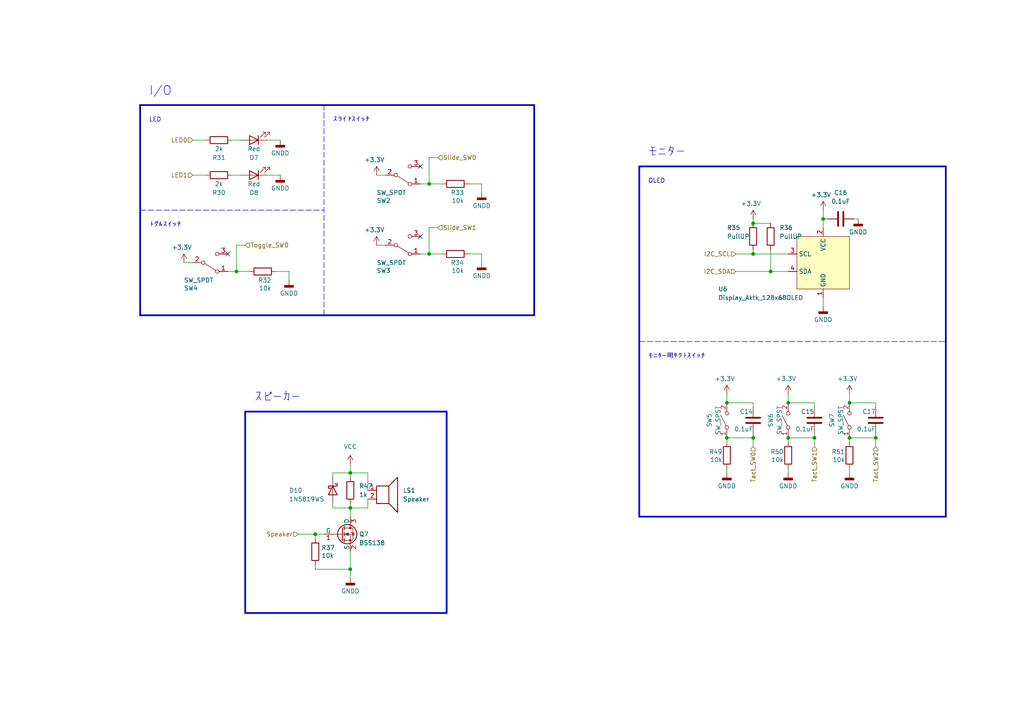
<source format=kicad_sch>
(kicad_sch (version 20230121) (generator eeschema)
  (paper "A4")
  (lib_symbols
    (symbol "D_Schottky_3" (pin_numbers hide) (pin_names (offset 1.016) hide)
      (property "Reference" "D" (at 0 2.54 0))
      (property "Value" "D_Schottky_3" (at 0 -2.54 0))
      (symbol "D_Schottky_3_0_1"
        (polyline (pts (xy 1.27 0) (xy -1.27 0)))
        (polyline (pts (xy 1.27 1.27) (xy 1.27 -1.27) (xy -1.27 0) (xy 1.27 1.27)) (stroke (width 0.254)))
        (polyline (pts (xy -1.905 0.635) (xy -1.905 1.27) (xy -1.27 1.27) (xy -1.27 -1.27) (xy -0.635 -1.27) (xy -0.635 -0.635)) (stroke (width 0.254)))
      )
      (symbol "D_Schottky_3_1_1"
        (pin passive line (at -3.81 0 0) (length 2.54) (name "K") (number "1"))
        (pin passive line (at 3.81 0 180) (length 2.54) (name "A") (number "2"))
      )
    )
    (symbol "Device:C" (pin_numbers hide) (pin_names (offset 0.254))
      (property "Reference" "C" (at 0.635 2.54 0))
      (property "Value" "C" (at 0.635 -2.54 0))
      (symbol "C_0_1"
        (polyline (pts (xy -2.032 -0.762) (xy 2.032 -0.762)) (stroke (width 0.508)))
        (polyline (pts (xy -2.032 0.762) (xy 2.032 0.762)) (stroke (width 0.508)))
      )
      (symbol "C_1_1"
        (pin passive line (at 0 3.81 270) (length 2.794) (name "~") (number "1"))
        (pin passive line (at 0 -3.81 90) (length 2.794) (name "~") (number "2"))
      )
    )
    (symbol "Device:LED" (pin_numbers hide) (pin_names (offset 1.016) hide)
      (property "Reference" "D" (at 0 2.54 0))
      (property "Value" "LED" (at 0 -2.54 0))
      (symbol "LED_0_1"
        (polyline (pts (xy -1.27 -1.27) (xy -1.27 1.27)) (stroke (width 0.254)))
        (polyline (pts (xy -1.27 0) (xy 1.27 0)))
        (polyline (pts (xy 1.27 -1.27) (xy 1.27 1.27) (xy -1.27 0) (xy 1.27 -1.27)) (stroke (width 0.254)))
        (polyline (pts (xy -3.048 -0.762) (xy -4.572 -2.286) (xy -3.81 -2.286) (xy -4.572 -2.286) (xy -4.572 -1.524)))
        (polyline (pts (xy -1.778 -0.762) (xy -3.302 -2.286) (xy -2.54 -2.286) (xy -3.302 -2.286) (xy -3.302 -1.524)))
      )
      (symbol "LED_1_1"
        (pin passive line (at -3.81 0 0) (length 2.54) (name "K") (number "1"))
        (pin passive line (at 3.81 0 180) (length 2.54) (name "A") (number "2"))
      )
    )
    (symbol "Device:R" (pin_numbers hide) (pin_names (offset 0))
      (property "Reference" "R" (at 2.032 0 90))
      (property "Value" "R" (at 0 0 90))
      (symbol "R_0_1"
        (rectangle (start -1.016 -2.54) (end 1.016 2.54) (stroke (width 0.254)))
      )
      (symbol "R_1_1"
        (pin passive line (at 0 3.81 270) (length 1.27) (name "~") (number "1"))
        (pin passive line (at 0 -3.81 90) (length 1.27) (name "~") (number "2"))
      )
    )
    (symbol "Device:Speaker" (pin_names (offset 0) hide)
      (property "Reference" "LS" (at 1.27 5.715 0))
      (property "Value" "Speaker" (at 1.27 3.81 0))
      (symbol "Speaker_0_0"
        (rectangle (start -2.54 1.27) (end 1.016 -3.81) (stroke (width 0.254)))
        (polyline (pts (xy 1.016 1.27) (xy 3.556 3.81) (xy 3.556 -6.35) (xy 1.016 -3.81)) (stroke (width 0.254)))
      )
      (symbol "Speaker_1_1"
        (pin input line (at -5.08 0 0) (length 2.54) (name "1") (number "1"))
        (pin input line (at -5.08 -2.54 0) (length 2.54) (name "2") (number "2"))
      )
    )
    (symbol "MyLibrary:Display_Aktk_128x68OLED"
      (property "Reference" "U" (at 3.81 13.97 0))
      (property "Value" "Display_Aktk_128x68OLED" (at 8.89 11.43 0))
      (symbol "Display_Aktk_128x68OLED_0_1"
        (rectangle (start -7.62 7.62) (end 7.62 -7.62) (fill (type background)))
      )
      (symbol "Display_Aktk_128x68OLED_1_1"
        (pin bidirectional line (at 0 -10.16 90) (length 2.54) (name "GND") (number "1"))
        (pin power_in line (at 0 10.16 270) (length 2.54) (name "VCC") (number "2"))
        (pin bidirectional line (at -10.16 2.54 0) (length 2.54) (name "SCL") (number "3"))
        (pin bidirectional line (at -10.16 -2.54 0) (length 2.54) (name "SDA") (number "4"))
      )
    )
    (symbol "Q_NMOS_GSD_1" (pin_names (offset 0))
      (property "Reference" "Q" (at 5.08 1.27 0))
      (property "Value" "Q_NMOS_GSD_1" (at 5.08 -1.27 0))
      (symbol "Q_NMOS_GSD_1_0_1"
        (polyline (pts (xy 0.254 0) (xy -2.54 0)))
        (polyline (pts (xy 0.254 1.905) (xy 0.254 -1.905)) (stroke (width 0.254)))
        (polyline (pts (xy 0.762 -1.27) (xy 0.762 -2.286)) (stroke (width 0.254)))
        (polyline (pts (xy 0.762 0.508) (xy 0.762 -0.508)) (stroke (width 0.254)))
        (polyline (pts (xy 0.762 2.286) (xy 0.762 1.27)) (stroke (width 0.254)))
        (polyline (pts (xy 2.54 2.54) (xy 2.54 1.778)))
        (polyline (pts (xy 2.54 -2.54) (xy 2.54 0) (xy 0.762 0)))
        (polyline (pts (xy 0.762 -1.778) (xy 3.302 -1.778) (xy 3.302 1.778) (xy 0.762 1.778)))
        (polyline (pts (xy 1.016 0) (xy 2.032 0.381) (xy 2.032 -0.381) (xy 1.016 0)) (fill (type outline)))
        (polyline (pts (xy 2.794 0.508) (xy 2.921 0.381) (xy 3.683 0.381) (xy 3.81 0.254)))
        (polyline (pts (xy 3.302 0.381) (xy 2.921 -0.254) (xy 3.683 -0.254) (xy 3.302 0.381)))
        (circle (center 1.651 0) (radius 2.794) (stroke (width 0.254)))
        (circle (center 2.54 -1.778) (radius 0.254) (fill (type outline)))
        (circle (center 2.54 1.778) (radius 0.254) (fill (type outline)))
      )
      (symbol "Q_NMOS_GSD_1_1_1"
        (pin input line (at -5.08 0 0) (length 2.54) (name "G") (number "1"))
        (pin passive line (at 2.54 -5.08 90) (length 2.54) (name "S") (number "2"))
        (pin passive line (at 2.54 5.08 270) (length 2.54) (name "D") (number "3"))
      )
    )
    (symbol "Switch:SW_SPDT" (pin_names (offset 0) hide)
      (property "Reference" "SW" (at 0 4.318 0))
      (property "Value" "SW_SPDT" (at 0 -5.08 0))
      (symbol "SW_SPDT_0_0"
        (circle (center -2.032 0) (radius 0.508))
        (circle (center 2.032 -2.54) (radius 0.508))
      )
      (symbol "SW_SPDT_0_1"
        (polyline (pts (xy -1.524 0.254) (xy 1.651 2.286)))
        (circle (center 2.032 2.54) (radius 0.508))
      )
      (symbol "SW_SPDT_1_1"
        (pin passive line (at 5.08 2.54 180) (length 2.54) (name "A") (number "1"))
        (pin passive line (at -5.08 0 0) (length 2.54) (name "B") (number "2"))
        (pin passive line (at 5.08 -2.54 180) (length 2.54) (name "C") (number "3"))
      )
    )
    (symbol "Switch:SW_SPST" (pin_names (offset 0) hide)
      (property "Reference" "SW" (at 0 3.175 0))
      (property "Value" "SW_SPST" (at 0 -2.54 0))
      (symbol "SW_SPST_0_0"
        (circle (center -2.032 0) (radius 0.508))
        (polyline (pts (xy -1.524 0.254) (xy 1.524 1.778)))
        (circle (center 2.032 0) (radius 0.508))
      )
      (symbol "SW_SPST_1_1"
        (pin passive line (at -5.08 0 0) (length 2.54) (name "A") (number "1"))
        (pin passive line (at 5.08 0 180) (length 2.54) (name "B") (number "2"))
      )
    )
    (symbol "power:+3.3V" (power) (pin_names (offset 0))
      (property "Value" "+3.3V" (at 0 3.556 0))
      (symbol "+3.3V_0_1"
        (polyline (pts (xy -0.762 1.27) (xy 0 2.54)))
        (polyline (pts (xy 0 0) (xy 0 2.54)))
        (polyline (pts (xy 0 2.54) (xy 0.762 1.27)))
      )
      (symbol "+3.3V_1_1"
        (pin power_in line (at 0 0 90) (length 0) hide (name "+3.3V") (number "1"))
      )
    )
    (symbol "power:GNDD" (power) (pin_names (offset 0))
      (property "Value" "GNDD" (at 0 -3.175 0))
      (symbol "GNDD_0_1"
        (rectangle (start -1.27 -1.524) (end 1.27 -2.032) (stroke (width 0.254)) (fill (type outline)))
        (polyline (pts (xy 0 0) (xy 0 -1.524)))
      )
      (symbol "GNDD_1_1"
        (pin power_in line (at 0 0 270) (length 0) hide (name "GNDD") (number "1"))
      )
    )
    (symbol "power:VCC" (power) (pin_names (offset 0))
      (property "Value" "VCC" (at 0 3.81 0))
      (symbol "VCC_0_1"
        (polyline (pts (xy -0.762 1.27) (xy 0 2.54)))
        (polyline (pts (xy 0 0) (xy 0 2.54)))
        (polyline (pts (xy 0 2.54) (xy 0.762 1.27)))
      )
      (symbol "VCC_1_1"
        (pin power_in line (at 0 0 90) (length 0) hide (name "VCC") (number "1"))
      )
    )
  )
  (junction (at 101.6 165.1))
  (junction (at 124.46 73.66))
  (junction (at 228.6 127))
  (junction (at 101.6 137.16))
  (junction (at 210.82 127))
  (junction (at 223.52 78.74))
  (junction (at 228.6 116.84))
  (junction (at 68.58 78.74))
  (junction (at 218.44 127))
  (junction (at 91.44 154.94))
  (junction (at 254 127))
  (junction (at 238.76 63.5))
  (junction (at 236.22 127))
  (junction (at 246.38 116.84))
  (junction (at 210.82 116.84))
  (junction (at 101.6 147.32))
  (junction (at 218.44 64.77))
  (junction (at 246.38 127))
  (junction (at 124.46 53.34))
  (junction (at 218.44 73.66))
  (no_connect (at 66.04 73.66))
  (no_connect (at 121.92 68.58))
  (no_connect (at 121.92 48.26))
  (polyline (pts (xy 274.32 149.86) (xy 274.32 48.26)) (stroke (width 0.5) (type solid)))
  (wire (pts (xy 106.68 144.78) (xy 106.68 147.32)))
  (wire (pts (xy 218.44 127) (xy 210.82 127)))
  (wire (pts (xy 218.44 72.39) (xy 218.44 73.66)))
  (wire (pts (xy 228.6 114.3) (xy 228.6 116.84)))
  (wire (pts (xy 238.76 60.96) (xy 238.76 63.5)))
  (wire (pts (xy 135.89 73.66) (xy 139.7 73.66)))
  (wire (pts (xy 124.46 45.72) (xy 124.46 53.34)))
  (wire (pts (xy 68.58 78.74) (xy 72.39 78.74)))
  (wire (pts (xy 228.6 135.89) (xy 228.6 137.16)))
  (wire (pts (xy 218.44 64.77) (xy 223.52 64.77)))
  (polyline (pts (xy 71.12 119.38) (xy 129.54 119.38)) (stroke (width 0.5) (type solid)))
  (wire (pts (xy 101.6 165.1) (xy 101.6 167.64)))
  (wire (pts (xy 218.44 63.5) (xy 218.44 64.77)))
  (wire (pts (xy 213.36 78.74) (xy 223.52 78.74)))
  (wire (pts (xy 254 127) (xy 246.38 127)))
  (wire (pts (xy 109.22 71.12) (xy 111.76 71.12)))
  (polyline (pts (xy 185.42 48.26) (xy 185.42 149.86)) (stroke (width 0.5) (type solid)))
  (wire (pts (xy 139.7 55.88) (xy 139.7 53.34)))
  (wire (pts (xy 101.6 134.62) (xy 101.6 137.16)))
  (wire (pts (xy 109.22 50.8) (xy 111.76 50.8)))
  (polyline (pts (xy 129.54 177.8) (xy 71.12 177.8)) (stroke (width 0.5) (type solid)))
  (wire (pts (xy 55.88 40.64) (xy 59.69 40.64)))
  (wire (pts (xy 96.52 137.16) (xy 101.6 137.16)))
  (wire (pts (xy 121.92 53.34) (xy 124.46 53.34)))
  (wire (pts (xy 106.68 137.16) (xy 101.6 137.16)))
  (wire (pts (xy 124.46 66.04) (xy 124.46 73.66)))
  (wire (pts (xy 254 127) (xy 254 125.73)))
  (wire (pts (xy 218.44 127) (xy 218.44 129.54)))
  (wire (pts (xy 91.44 154.94) (xy 93.98 154.94)))
  (wire (pts (xy 218.44 127) (xy 218.44 125.73)))
  (wire (pts (xy 77.47 40.64) (xy 81.28 40.64)))
  (wire (pts (xy 71.12 71.12) (xy 68.58 71.12)))
  (wire (pts (xy 246.38 114.3) (xy 246.38 116.84)))
  (wire (pts (xy 135.89 53.34) (xy 139.7 53.34)))
  (wire (pts (xy 254 127) (xy 254 129.54)))
  (wire (pts (xy 236.22 116.84) (xy 236.22 118.11)))
  (wire (pts (xy 124.46 73.66) (xy 128.27 73.66)))
  (wire (pts (xy 96.52 146.05) (xy 96.52 147.32)))
  (wire (pts (xy 68.58 71.12) (xy 68.58 78.74)))
  (wire (pts (xy 80.01 78.74) (xy 83.82 78.74)))
  (wire (pts (xy 101.6 137.16) (xy 101.6 138.43)))
  (polyline (pts (xy 185.42 149.86) (xy 274.32 149.86)) (stroke (width 0.5) (type solid)))
  (wire (pts (xy 236.22 116.84) (xy 228.6 116.84)))
  (wire (pts (xy 236.22 127) (xy 236.22 129.54)))
  (wire (pts (xy 67.31 50.8) (xy 69.85 50.8)))
  (polyline (pts (xy 40.64 91.44) (xy 40.64 30.48)) (stroke (width 0.5) (type solid)))
  (wire (pts (xy 106.68 142.24) (xy 106.68 137.16)))
  (polyline (pts (xy 154.94 91.44) (xy 154.94 30.48)) (stroke (width 0.5) (type solid)))
  (wire (pts (xy 101.6 149.86) (xy 101.6 147.32)))
  (wire (pts (xy 228.6 127) (xy 228.6 128.27)))
  (polyline (pts (xy 185.42 99.06) (xy 274.32 99.06)) (stroke (width 0) (type dash)))
  (wire (pts (xy 223.52 72.39) (xy 223.52 78.74)))
  (wire (pts (xy 246.38 135.89) (xy 246.38 137.16)))
  (wire (pts (xy 213.36 73.66) (xy 218.44 73.66)))
  (wire (pts (xy 66.04 78.74) (xy 68.58 78.74)))
  (wire (pts (xy 218.44 73.66) (xy 228.6 73.66)))
  (wire (pts (xy 254 116.84) (xy 246.38 116.84)))
  (wire (pts (xy 55.88 50.8) (xy 59.69 50.8)))
  (wire (pts (xy 83.82 81.28) (xy 83.82 78.74)))
  (wire (pts (xy 121.92 73.66) (xy 124.46 73.66)))
  (wire (pts (xy 218.44 116.84) (xy 218.44 118.11)))
  (wire (pts (xy 210.82 135.89) (xy 210.82 137.16)))
  (wire (pts (xy 101.6 146.05) (xy 101.6 147.32)))
  (wire (pts (xy 124.46 53.34) (xy 128.27 53.34)))
  (polyline (pts (xy 185.42 48.26) (xy 274.32 48.26)) (stroke (width 0.5) (type solid)))
  (wire (pts (xy 96.52 147.32) (xy 101.6 147.32)))
  (wire (pts (xy 67.31 40.64) (xy 69.85 40.64)))
  (wire (pts (xy 246.38 127) (xy 246.38 128.27)))
  (wire (pts (xy 77.47 50.8) (xy 81.28 50.8)))
  (wire (pts (xy 127 66.04) (xy 124.46 66.04)))
  (polyline (pts (xy 71.12 177.8) (xy 71.12 119.38)) (stroke (width 0.5) (type solid)))
  (polyline (pts (xy 129.54 119.38) (xy 129.54 177.8)) (stroke (width 0.5) (type solid)))
  (wire (pts (xy 139.7 76.2) (xy 139.7 73.66)))
  (polyline (pts (xy 93.98 91.44) (xy 93.98 30.48)) (stroke (width 0) (type dash)))
  (polyline (pts (xy 40.64 60.96) (xy 93.98 60.96)) (stroke (width 0) (type dash)))
  (wire (pts (xy 101.6 160.02) (xy 101.6 165.1)))
  (wire (pts (xy 238.76 63.5) (xy 240.03 63.5)))
  (wire (pts (xy 238.76 63.5) (xy 238.76 66.04)))
  (polyline (pts (xy 40.64 30.48) (xy 154.94 30.48)) (stroke (width 0.5) (type solid)))
  (wire (pts (xy 236.22 127) (xy 228.6 127)))
  (polyline (pts (xy 40.64 91.44) (xy 154.94 91.44)) (stroke (width 0.5) (type solid)))
  (wire (pts (xy 210.82 127) (xy 210.82 128.27)))
  (wire (pts (xy 96.52 138.43) (xy 96.52 137.16)))
  (wire (pts (xy 247.65 63.5) (xy 248.92 63.5)))
  (wire (pts (xy 254 116.84) (xy 254 118.11)))
  (wire (pts (xy 91.44 163.83) (xy 91.44 165.1)))
  (wire (pts (xy 91.44 154.94) (xy 91.44 156.21)))
  (wire (pts (xy 91.44 165.1) (xy 101.6 165.1)))
  (wire (pts (xy 106.68 147.32) (xy 101.6 147.32)))
  (wire (pts (xy 210.82 114.3) (xy 210.82 116.84)))
  (wire (pts (xy 238.76 86.36) (xy 238.76 88.9)))
  (wire (pts (xy 223.52 78.74) (xy 228.6 78.74)))
  (wire (pts (xy 53.34 76.2) (xy 55.88 76.2)))
  (wire (pts (xy 86.36 154.94) (xy 91.44 154.94)))
  (wire (pts (xy 236.22 127) (xy 236.22 125.73)))
  (wire (pts (xy 218.44 116.84) (xy 210.82 116.84)))
  (wire (pts (xy 127 45.72) (xy 124.46 45.72)))
  (text "トグルスイッチ" (at 43.18 66.04 0) (effects (font (size 1.27 1.27)) (justify left bottom)))
  (text "I/O" (at 43.18 27.94 0) (effects (font (size 2.54 2.54)) (justify left bottom)))
  (text "モニター用タクトスイッチ" (at 187.96 104.14 0) (effects (font (size 1.27 1.27)) (justify left bottom)))
  (text "モニター" (at 187.96 45.72 0) (effects (font (size 2.54 2.54)) (justify left bottom)))
  (text "スピーカー" (at 73.66 116.84 0) (effects (font (size 2.54 2.54)) (justify left bottom)))
  (text "LED" (at 43.18 35.56 0) (effects (font (size 1.27 1.27)) (justify left bottom)))
  (text "OLED" (at 187.96 53.34 0) (effects (font (size 1.27 1.27)) (justify left bottom)))
  (text "スライドスイッチ" (at 96.52 35.56 0) (effects (font (size 1.27 1.27)) (justify left bottom)))
  (hierarchical_label "I2C_SDA" (shape input) (at 213.36 78.74 180))
  (hierarchical_label "I2C_SCL" (shape input) (at 213.36 73.66 180))
  (hierarchical_label "Tact_SW1" (shape input) (at 236.22 129.54 270))
  (hierarchical_label "LED0" (shape input) (at 55.88 40.64 180))
  (hierarchical_label "LED1" (shape input) (at 55.88 50.8 180))
  (hierarchical_label "Tact_SW2" (shape input) (at 254 129.54 270))
  (hierarchical_label "Toggle_SW0" (shape input) (at 71.12 71.12 0))
  (hierarchical_label "Slide_SW0" (shape input) (at 127 45.72 0))
  (hierarchical_label "Speaker" (shape input) (at 86.36 154.94 180))
  (hierarchical_label "Slide_SW1" (shape input) (at 127 66.04 0))
  (hierarchical_label "Tact_SW0" (shape input) (at 218.44 129.54 270))
  (symbol (lib_id "power:GNDD") (at 81.28 50.8 0) (unit 1)
    (property "Reference" "#PWR048" (effects hide))
    (property "Value" "GNDD" (at 81.28 54.61 0))
  )
  (symbol (lib_id "Device:C") (at 236.22 121.92 0) (mirror y) (unit 1)
    (property "Reference" "C15" (at 236.22 119.38 0) (effects (justify left)))
    (property "Value" "0.1uF" (at 236.22 124.46 0) (effects (justify left)))
    (property "Footprint" "Capacitor_SMD:C_0402_1005Metric" (effects hide))
  )
  (symbol (lib_id "Switch:SW_SPST") (at 228.6 121.92 90) (unit 1)
    (property "Reference" "SW6" (at 223.52 121.92 0))
    (property "Value" "SW_SPST" (at 226.06 121.92 0))
    (property "Footprint" "Button_Switch_SMD:SW_SPST_Omron_B3FS-100xP" (effects hide))
  )
  (symbol (lib_id "power:+3.3V") (at 246.38 114.3 0) (unit 1)
    (property "Reference" "#PWR057" (effects hide))
    (property "Value" "+3.3V" (at 245.745 109.855 0))
  )
  (symbol (lib_id "power:GNDD") (at 248.92 63.5 0) (unit 1)
    (property "Reference" "#PWR058" (effects hide))
    (property "Value" "GNDD" (at 248.92 67.31 0))
  )
  (symbol (lib_id "power:+3.3V") (at 228.6 114.3 0) (unit 1)
    (property "Reference" "#PWR054" (effects hide))
    (property "Value" "+3.3V" (at 227.965 109.855 0))
  )
  (symbol (lib_id "Device:Speaker") (at 111.76 142.24 0) (unit 1)
    (property "Reference" "LS1" (at 116.84 142.2399 0) (effects (justify left)))
    (property "Value" "Speaker" (at 116.84 144.7799 0) (effects (justify left)))
    (property "Footprint" "Buzzer_Beeper:Buzzer_Murata_PKLCS1212E" (effects hide))
  )
  (symbol (lib_id "power:GNDD") (at 81.28 40.64 0) (unit 1)
    (property "Reference" "#PWR047" (effects hide))
    (property "Value" "GNDD" (at 81.28 44.45 0))
  )
  (symbol (lib_id "Device:R") (at 63.5 40.64 270) (mirror x) (unit 1)
    (property "Reference" "R31" (at 63.5 45.72 90))
    (property "Value" "2k" (at 63.5 43.18 90))
    (property "Footprint" "Resistor_SMD:R_0402_1005Metric" (effects hide))
  )
  (symbol (lib_id "power:+3.3V") (at 238.76 60.96 0) (unit 1)
    (property "Reference" "#PWR055" (effects hide))
    (property "Value" "+3.3V" (at 238.125 56.515 0))
  )
  (symbol (lib_id "Device:R") (at 210.82 132.08 0) (mirror y) (unit 1)
    (property "Reference" "R49" (at 209.55 131.0386 0) (effects (justify left)))
    (property "Value" "10k" (at 209.55 133.35 0) (effects (justify left)))
    (property "Footprint" "Resistor_SMD:R_0402_1005Metric" (effects hide))
  )
  (symbol (lib_id "Device:R") (at 223.52 68.58 0) (unit 1)
    (property "Reference" "R36" (at 226.06 66.04 0) (effects (justify left)))
    (property "Value" "PullUP" (at 226.06 68.58 0) (effects (justify left)))
    (property "Footprint" "Resistor_SMD:R_0603_1608Metric_Pad0.98x0.95mm_HandSolder" (effects hide))
  )
  (symbol (lib_id "Device:R") (at 76.2 78.74 90) (mirror x) (unit 1)
    (property "Reference" "R32" (at 78.74 81.28 90) (effects (justify left)))
    (property "Value" "10k" (at 78.74 83.5914 90) (effects (justify left)))
    (property "Footprint" "Resistor_SMD:R_0402_1005Metric" (effects hide))
  )
  (symbol (lib_id "power:GNDD") (at 238.76 88.9 0) (unit 1)
    (property "Reference" "#PWR056" (effects hide))
    (property "Value" "GNDD" (at 238.76 92.71 0))
  )
  (symbol (lib_id "power:GNDD") (at 228.6 137.16 0) (unit 1)
    (property "Reference" "#PWR076" (effects hide))
    (property "Value" "GNDD" (at 228.6 140.97 0))
  )
  (symbol (lib_id "Device:R") (at 132.08 73.66 90) (mirror x) (unit 1)
    (property "Reference" "R34" (at 134.62 76.2 90) (effects (justify left)))
    (property "Value" "10k" (at 134.62 78.5114 90) (effects (justify left)))
    (property "Footprint" "Resistor_SMD:R_0402_1005Metric" (effects hide))
  )
  (symbol (lib_id "power:GNDD") (at 139.7 76.2 0) (unit 1)
    (property "Reference" "#PWR051" (effects hide))
    (property "Value" "GNDD" (at 139.7 80.01 0))
  )
  (symbol (lib_id "Device:LED") (at 73.66 50.8 180) (unit 1)
    (property "Reference" "D8" (at 73.66 55.88 0))
    (property "Value" "Red" (at 73.66 53.34 0))
    (property "Footprint" "LED_SMD:LED_0603_1608Metric_Pad1.05x0.95mm_HandSolder" (effects hide))
  )
  (symbol (lib_id "Device:R") (at 246.38 132.08 0) (mirror y) (unit 1)
    (property "Reference" "R51" (at 245.11 131.0386 0) (effects (justify left)))
    (property "Value" "10k" (at 245.11 133.35 0) (effects (justify left)))
    (property "Footprint" "Resistor_SMD:R_0402_1005Metric" (effects hide))
  )
  (symbol (lib_id "power:GNDD") (at 246.38 137.16 0) (unit 1)
    (property "Reference" "#PWR077" (effects hide))
    (property "Value" "GNDD" (at 246.38 140.97 0))
  )
  (symbol (lib_id "power:+3.3V") (at 218.44 63.5 0) (unit 1)
    (property "Reference" "#PWR053" (effects hide))
    (property "Value" "+3.3V" (at 217.805 59.055 0))
  )
  (symbol (lib_id "power:GNDD") (at 139.7 55.88 0) (unit 1)
    (property "Reference" "#PWR050" (effects hide))
    (property "Value" "GNDD" (at 139.7 59.69 0))
  )
  (symbol (lib_id "Switch:SW_SPDT") (at 60.96 76.2 0) (mirror x) (unit 1)
    (property "Reference" "SW4" (at 53.34 83.5914 0) (effects (justify left)))
    (property "Value" "SW_SPDT" (at 53.34 81.28 0) (effects (justify left)))
    (property "Footprint" "MyLibrary:SW_Toggle_3P_SPDT_5Pin" (effects hide))
  )
  (symbol (lib_id "power:+3.3V") (at 109.22 71.12 0) (unit 1)
    (property "Reference" "#PWR046" (effects hide))
    (property "Value" "+3.3V" (at 108.585 66.675 0))
  )
  (symbol (lib_id "Device:R") (at 218.44 68.58 0) (unit 1)
    (property "Reference" "R35" (at 210.82 66.04 0) (effects (justify left)))
    (property "Value" "PullUP" (at 210.82 68.58 0) (effects (justify left)))
    (property "Footprint" "Resistor_SMD:R_0603_1608Metric_Pad0.98x0.95mm_HandSolder" (effects hide))
  )
  (symbol (lib_id "power:+3.3V") (at 109.22 50.8 0) (unit 1)
    (property "Reference" "#PWR045" (effects hide))
    (property "Value" "+3.3V" (at 108.585 46.355 0))
  )
  (symbol (lib_id "Device:LED") (at 73.66 40.64 180) (unit 1)
    (property "Reference" "D7" (at 73.66 45.72 0))
    (property "Value" "Red" (at 73.66 43.18 0))
    (property "Footprint" "LED_SMD:LED_0603_1608Metric_Pad1.05x0.95mm_HandSolder" (effects hide))
  )
  (symbol (lib_id "Device:R") (at 132.08 53.34 90) (mirror x) (unit 1)
    (property "Reference" "R33" (at 134.62 55.88 90) (effects (justify left)))
    (property "Value" "10k" (at 134.62 58.1914 90) (effects (justify left)))
    (property "Footprint" "Resistor_SMD:R_0402_1005Metric" (effects hide))
  )
  (symbol (lib_id "Switch:SW_SPDT") (at 116.84 50.8 0) (mirror x) (unit 1)
    (property "Reference" "SW2" (at 109.22 58.1914 0) (effects (justify left)))
    (property "Value" "SW_SPDT" (at 109.22 55.88 0) (effects (justify left)))
    (property "Footprint" "MyLibrary:SW_Slide_3P_SPDT" (effects hide))
  )
  (symbol (lib_id "MyLibrary:Display_Aktk_128x68OLED") (at 238.76 76.2 0) (unit 1)
    (property "Reference" "U6" (at 208.28 83.82 0) (effects (justify left)))
    (property "Value" "Display_Aktk_128x68OLED" (at 208.28 86.36 0) (effects (justify left)))
    (property "Footprint" "MyLibrary:Display_Aktk_128x68OLED_White" (effects hide))
  )
  (symbol (lib_id "power:+3.3V") (at 53.34 76.2 0) (unit 1)
    (property "Reference" "#PWR04" (effects hide))
    (property "Value" "+3.3V" (at 52.705 71.755 0))
  )
  (symbol (lib_id "Device:R") (at 91.44 160.02 0) (unit 1)
    (property "Reference" "R37" (at 93.218 158.8516 0) (effects (justify left)))
    (property "Value" "10k" (at 93.218 161.163 0) (effects (justify left)))
    (property "Footprint" "Resistor_SMD:R_0402_1005Metric" (effects hide))
  )
  (symbol (lib_id "Device:C") (at 254 121.92 0) (mirror y) (unit 1)
    (property "Reference" "C17" (at 254 119.38 0) (effects (justify left)))
    (property "Value" "0.1uF" (at 254 124.46 0) (effects (justify left)))
    (property "Footprint" "Capacitor_SMD:C_0402_1005Metric" (effects hide))
  )
  (symbol (lib_id "power:+3.3V") (at 210.82 114.3 0) (unit 1)
    (property "Reference" "#PWR052" (effects hide))
    (property "Value" "+3.3V" (at 210.185 109.855 0))
  )
  (symbol (lib_id "power:GNDD") (at 83.82 81.28 0) (unit 1)
    (property "Reference" "#PWR040" (effects hide))
    (property "Value" "GNDD" (at 83.82 85.09 0))
  )
  (symbol (lib_id "Switch:SW_SPDT") (at 116.84 71.12 0) (mirror x) (unit 1)
    (property "Reference" "SW3" (at 109.22 78.5114 0) (effects (justify left)))
    (property "Value" "SW_SPDT" (at 109.22 76.2 0) (effects (justify left)))
    (property "Footprint" "MyLibrary:SW_Slide_3P_SPDT" (effects hide))
  )
  (symbol (lib_id "Device:C") (at 243.84 63.5 90) (unit 1)
    (property "Reference" "C16" (at 243.84 55.88 90))
    (property "Value" "0.1uF" (at 243.84 58.42 90))
    (property "Footprint" "Capacitor_SMD:C_0402_1005Metric" (effects hide))
  )
  (symbol (lib_id "Device:R") (at 228.6 132.08 0) (mirror y) (unit 1)
    (property "Reference" "R50" (at 227.33 131.0386 0) (effects (justify left)))
    (property "Value" "10k" (at 227.33 133.35 0) (effects (justify left)))
    (property "Footprint" "Resistor_SMD:R_0402_1005Metric" (effects hide))
  )
  (symbol (lib_name "D_Schottky_3") (lib_id "Device:D_Schottky") (at 96.52 142.24 270) (unit 1)
    (property "Reference" "D10" (at 83.82 142.24 90) (effects (justify left)))
    (property "Value" "1N5819WS" (at 83.82 144.78 90) (effects (justify left)))
    (property "Footprint" "Diode_SMD:D_SOD-323_HandSoldering" (effects hide))
  )
  (symbol (lib_id "power:VCC") (at 101.6 134.62 0) (unit 1)
    (property "Reference" "#PWR069" (effects hide))
    (property "Value" "VCC" (at 101.6 129.54 0))
  )
  (symbol (lib_id "Device:R") (at 101.6 142.24 0) (unit 1)
    (property "Reference" "R47" (at 104.14 140.9699 0) (effects (justify left)))
    (property "Value" "1k" (at 104.14 143.5099 0) (effects (justify left)))
    (property "Footprint" "Resistor_SMD:R_0402_1005Metric" (effects hide))
  )
  (symbol (lib_id "Switch:SW_SPST") (at 246.38 121.92 90) (unit 1)
    (property "Reference" "SW7" (at 241.3 121.92 0))
    (property "Value" "SW_SPST" (at 243.84 121.92 0))
    (property "Footprint" "Button_Switch_SMD:SW_SPST_Omron_B3FS-100xP" (effects hide))
  )
  (symbol (lib_id "Switch:SW_SPST") (at 210.82 121.92 90) (unit 1)
    (property "Reference" "SW5" (at 205.74 121.92 0))
    (property "Value" "SW_SPST" (at 208.28 121.92 0))
    (property "Footprint" "Button_Switch_SMD:SW_SPST_Omron_B3FS-100xP" (effects hide))
  )
  (symbol (lib_name "Q_NMOS_GSD_1") (lib_id "Device:Q_NMOS_GSD") (at 99.06 154.94 0) (unit 1)
    (property "Reference" "Q7" (at 104.14 154.94 0) (effects (justify left)))
    (property "Value" "BSS138" (at 104.14 157.48 0) (effects (justify left)))
    (property "Footprint" "Package_TO_SOT_SMD:SOT-23" (effects hide))
  )
  (symbol (lib_id "power:GNDD") (at 101.6 167.64 0) (unit 1)
    (property "Reference" "#PWR073" (effects hide))
    (property "Value" "GNDD" (at 101.6 171.45 0))
  )
  (symbol (lib_id "Device:R") (at 63.5 50.8 270) (mirror x) (unit 1)
    (property "Reference" "R30" (at 63.5 55.88 90))
    (property "Value" "2k" (at 63.5 53.34 90))
    (property "Footprint" "Resistor_SMD:R_0402_1005Metric" (effects hide))
  )
  (symbol (lib_id "power:GNDD") (at 210.82 137.16 0) (unit 1)
    (property "Reference" "#PWR075" (effects hide))
    (property "Value" "GNDD" (at 210.82 140.97 0))
  )
  (symbol (lib_id "Device:C") (at 218.44 121.92 0) (mirror y) (unit 1)
    (property "Reference" "C14" (at 218.44 119.38 0) (effects (justify left)))
    (property "Value" "0.1uF" (at 218.44 124.46 0) (effects (justify left)))
    (property "Footprint" "Capacitor_SMD:C_0402_1005Metric" (effects hide))
  )
)
</source>
